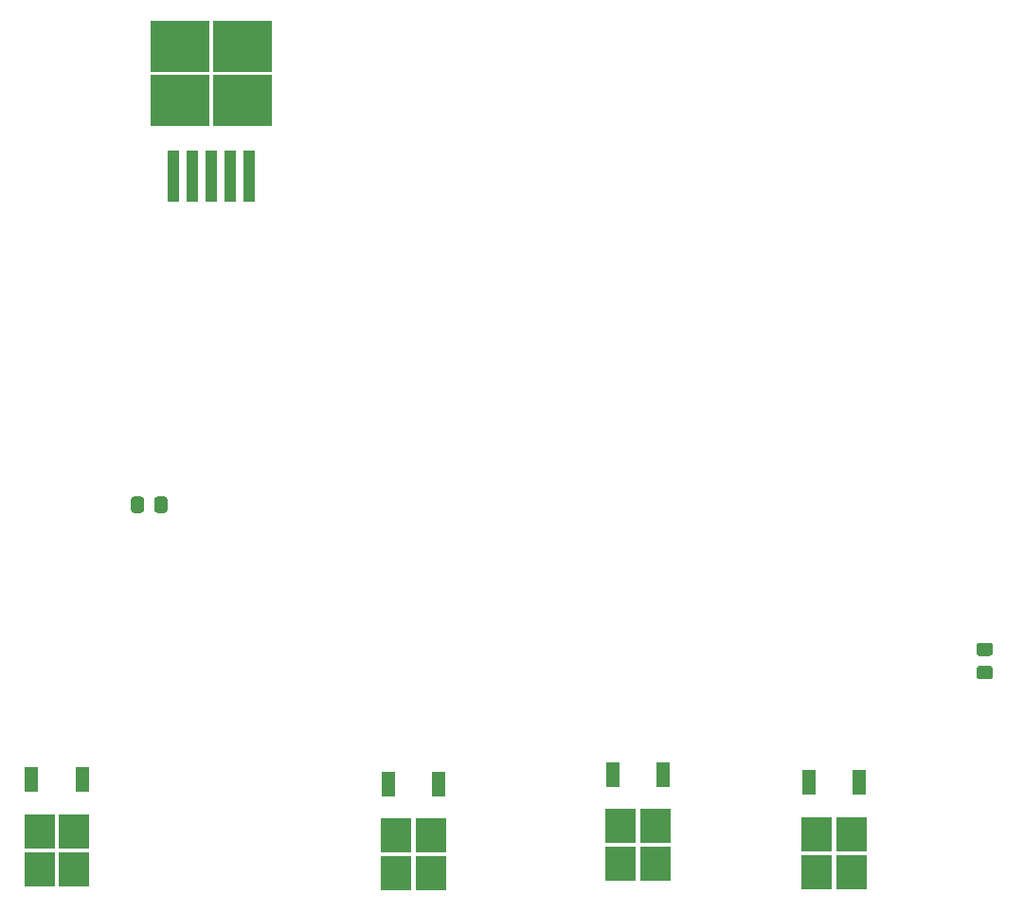
<source format=gbr>
%TF.GenerationSoftware,KiCad,Pcbnew,5.1.8-5.1.8*%
%TF.CreationDate,2021-07-28T16:27:41+08:00*%
%TF.ProjectId,fluxgate,666c7578-6761-4746-952e-6b696361645f,rev?*%
%TF.SameCoordinates,Original*%
%TF.FileFunction,Paste,Top*%
%TF.FilePolarity,Positive*%
%FSLAX46Y46*%
G04 Gerber Fmt 4.6, Leading zero omitted, Abs format (unit mm)*
G04 Created by KiCad (PCBNEW 5.1.8-5.1.8) date 2021-07-28 16:27:41*
%MOMM*%
%LPD*%
G01*
G04 APERTURE LIST*
%ADD10R,5.250000X4.550000*%
%ADD11R,1.100000X4.600000*%
%ADD12R,2.750000X3.050000*%
%ADD13R,1.200000X2.200000*%
G04 APERTURE END LIST*
D10*
%TO.C,U2*%
X102028000Y-82254000D03*
X96478000Y-77404000D03*
X96478000Y-82254000D03*
X102028000Y-77404000D03*
D11*
X102653000Y-88979000D03*
X100953000Y-88979000D03*
X99253000Y-88979000D03*
X97553000Y-88979000D03*
X95853000Y-88979000D03*
%TD*%
D12*
%TO.C,Q10*%
X115824000Y-147955000D03*
X118874000Y-151305000D03*
X118874000Y-147955000D03*
X115824000Y-151305000D03*
D13*
X115069000Y-143330000D03*
X119629000Y-143330000D03*
%TD*%
D12*
%TO.C,Q9*%
X83946000Y-147574000D03*
X86996000Y-150924000D03*
X86996000Y-147574000D03*
X83946000Y-150924000D03*
D13*
X83191000Y-142949000D03*
X87751000Y-142949000D03*
%TD*%
D12*
%TO.C,Q8*%
X135889000Y-147110000D03*
X138939000Y-150460000D03*
X138939000Y-147110000D03*
X135889000Y-150460000D03*
D13*
X135134000Y-142485000D03*
X139694000Y-142485000D03*
%TD*%
D12*
%TO.C,Q7*%
X153416000Y-147828000D03*
X156466000Y-151178000D03*
X156466000Y-147828000D03*
X153416000Y-151178000D03*
D13*
X152661000Y-143203000D03*
X157221000Y-143203000D03*
%TD*%
%TO.C,C3*%
G36*
G01*
X94176000Y-118839000D02*
X94176000Y-117889000D01*
G75*
G02*
X94426000Y-117639000I250000J0D01*
G01*
X95101000Y-117639000D01*
G75*
G02*
X95351000Y-117889000I0J-250000D01*
G01*
X95351000Y-118839000D01*
G75*
G02*
X95101000Y-119089000I-250000J0D01*
G01*
X94426000Y-119089000D01*
G75*
G02*
X94176000Y-118839000I0J250000D01*
G01*
G37*
G36*
G01*
X92101000Y-118839000D02*
X92101000Y-117889000D01*
G75*
G02*
X92351000Y-117639000I250000J0D01*
G01*
X93026000Y-117639000D01*
G75*
G02*
X93276000Y-117889000I0J-250000D01*
G01*
X93276000Y-118839000D01*
G75*
G02*
X93026000Y-119089000I-250000J0D01*
G01*
X92351000Y-119089000D01*
G75*
G02*
X92101000Y-118839000I0J250000D01*
G01*
G37*
%TD*%
%TO.C,C1*%
G36*
G01*
X167927000Y-132784000D02*
X168877000Y-132784000D01*
G75*
G02*
X169127000Y-133034000I0J-250000D01*
G01*
X169127000Y-133709000D01*
G75*
G02*
X168877000Y-133959000I-250000J0D01*
G01*
X167927000Y-133959000D01*
G75*
G02*
X167677000Y-133709000I0J250000D01*
G01*
X167677000Y-133034000D01*
G75*
G02*
X167927000Y-132784000I250000J0D01*
G01*
G37*
G36*
G01*
X167927000Y-130709000D02*
X168877000Y-130709000D01*
G75*
G02*
X169127000Y-130959000I0J-250000D01*
G01*
X169127000Y-131634000D01*
G75*
G02*
X168877000Y-131884000I-250000J0D01*
G01*
X167927000Y-131884000D01*
G75*
G02*
X167677000Y-131634000I0J250000D01*
G01*
X167677000Y-130959000D01*
G75*
G02*
X167927000Y-130709000I250000J0D01*
G01*
G37*
%TD*%
M02*

</source>
